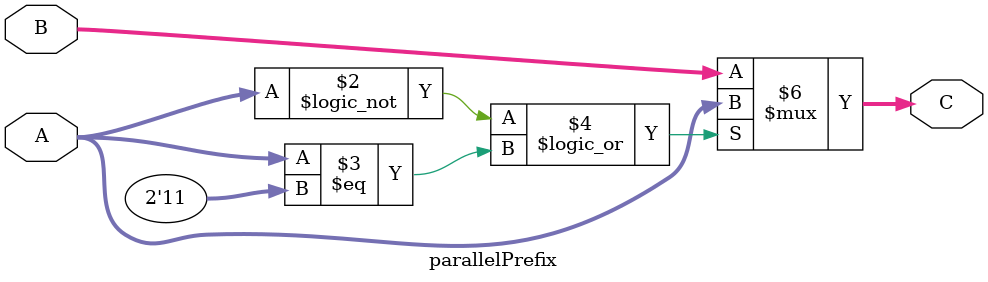
<source format=v>
`timescale 1ns / 1ps
module parallelPrefix(
    input [1:0] A,
    input [1:0] B,
    output reg [1:0] C
);

	always@(A, B)
	begin
		if(A == 2'b00 || A == 2'b11)
			C = A;
		else
			C = B;
	end

endmodule

</source>
